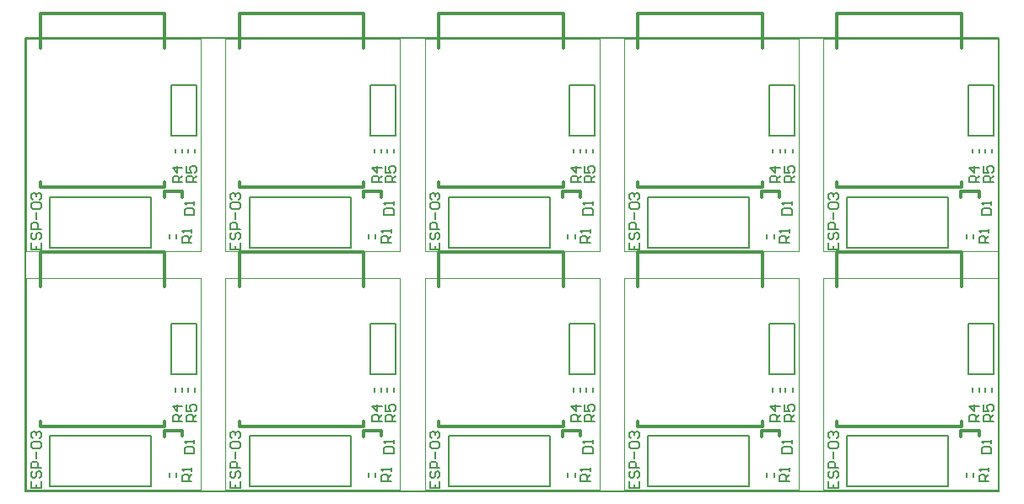
<source format=gto>
G04 Layer_Color=65535*
%FSLAX24Y24*%
%MOIN*%
G70*
G01*
G75*
%ADD15C,0.0118*%
%ADD18C,0.0079*%
%ADD28C,0.0039*%
D15*
X5935Y2707D02*
Y2943D01*
X6604D01*
X6644D01*
Y2726D02*
Y2943D01*
X1036Y3113D02*
Y3310D01*
Y3113D02*
X5957D01*
Y3310D01*
X1036Y8625D02*
Y10003D01*
X5957D01*
Y8625D02*
Y10003D01*
X13809Y2707D02*
Y2943D01*
X14478D01*
X14518D01*
Y2726D02*
Y2943D01*
X8910Y3113D02*
Y3310D01*
Y3113D02*
X13831D01*
Y3310D01*
X8910Y8625D02*
Y10003D01*
X13831D01*
Y8625D02*
Y10003D01*
X21683Y2707D02*
Y2943D01*
X22352D01*
X22392D01*
Y2726D02*
Y2943D01*
X16784Y3113D02*
Y3310D01*
Y3113D02*
X21706D01*
Y3310D01*
X16784Y8625D02*
Y10003D01*
X21706D01*
Y8625D02*
Y10003D01*
X29557Y2707D02*
Y2943D01*
X30226D01*
X30266D01*
Y2726D02*
Y2943D01*
X24658Y3113D02*
Y3310D01*
Y3113D02*
X29580D01*
Y3310D01*
X24658Y8625D02*
Y10003D01*
X29580D01*
Y8625D02*
Y10003D01*
X37431Y2707D02*
Y2943D01*
X38100D01*
X38140D01*
Y2726D02*
Y2943D01*
X32532Y3113D02*
Y3310D01*
Y3113D02*
X37454D01*
Y3310D01*
X32532Y8625D02*
Y10003D01*
X37454D01*
Y8625D02*
Y10003D01*
X5935Y12156D02*
Y12392D01*
X6604D01*
X6644D01*
Y12175D02*
Y12392D01*
X1036Y12562D02*
Y12759D01*
Y12562D02*
X5957D01*
Y12759D01*
X1036Y18074D02*
Y19452D01*
X5957D01*
Y18074D02*
Y19452D01*
X13809Y12156D02*
Y12392D01*
X14478D01*
X14518D01*
Y12175D02*
Y12392D01*
X8910Y12562D02*
Y12759D01*
Y12562D02*
X13831D01*
Y12759D01*
X8910Y18074D02*
Y19452D01*
X13831D01*
Y18074D02*
Y19452D01*
X21683Y12156D02*
Y12392D01*
X22352D01*
X22392D01*
Y12175D02*
Y12392D01*
X16784Y12562D02*
Y12759D01*
Y12562D02*
X21706D01*
Y12759D01*
X16784Y18074D02*
Y19452D01*
X21706D01*
Y18074D02*
Y19452D01*
X29557Y12156D02*
Y12392D01*
X30226D01*
X30266D01*
Y12175D02*
Y12392D01*
X24658Y12562D02*
Y12759D01*
Y12562D02*
X29580D01*
Y12759D01*
X24658Y18074D02*
Y19452D01*
X29580D01*
Y18074D02*
Y19452D01*
X37431Y12156D02*
Y12392D01*
X38100D01*
X38140D01*
Y12175D02*
Y12392D01*
X32532Y12562D02*
Y12759D01*
Y12562D02*
X37454D01*
Y12759D01*
X32532Y18074D02*
Y19452D01*
X37454D01*
Y18074D02*
Y19452D01*
D18*
X6374Y4479D02*
Y4637D01*
X6650Y4479D02*
Y4637D01*
X6874Y4479D02*
Y4637D01*
X7150Y4479D02*
Y4637D01*
X6144Y1101D02*
Y1259D01*
X6419Y1101D02*
Y1259D01*
X6213Y7159D02*
X7213D01*
Y5159D02*
Y7159D01*
X6213Y5159D02*
X7213D01*
X6213D02*
Y7159D01*
X1432Y2730D02*
X5432D01*
Y730D02*
Y2730D01*
X1432Y730D02*
X5432D01*
X1432D02*
Y2730D01*
X7212Y3308D02*
X6818D01*
Y3505D01*
X6884Y3570D01*
X7015D01*
X7081Y3505D01*
Y3308D01*
Y3439D02*
X7212Y3570D01*
X6818Y3964D02*
Y3701D01*
X7015D01*
X6949Y3833D01*
Y3898D01*
X7015Y3964D01*
X7146D01*
X7212Y3898D01*
Y3767D01*
X7146Y3701D01*
X6662Y3308D02*
X6268D01*
Y3505D01*
X6334Y3570D01*
X6465D01*
X6531Y3505D01*
Y3308D01*
Y3439D02*
X6662Y3570D01*
Y3898D02*
X6268D01*
X6465Y3701D01*
Y3964D01*
X7031Y930D02*
X6638D01*
Y1127D01*
X6704Y1192D01*
X6835D01*
X6900Y1127D01*
Y930D01*
Y1061D02*
X7031Y1192D01*
Y1323D02*
Y1455D01*
Y1389D01*
X6638D01*
X6704Y1323D01*
X689Y932D02*
Y669D01*
X1083D01*
Y932D01*
X886Y669D02*
Y800D01*
X755Y1325D02*
X689Y1260D01*
Y1128D01*
X755Y1063D01*
X820D01*
X886Y1128D01*
Y1260D01*
X951Y1325D01*
X1017D01*
X1083Y1260D01*
Y1128D01*
X1017Y1063D01*
X1083Y1456D02*
X689D01*
Y1653D01*
X755Y1719D01*
X886D01*
X951Y1653D01*
Y1456D01*
X886Y1850D02*
Y2112D01*
X755Y2244D02*
X689Y2309D01*
Y2440D01*
X755Y2506D01*
X1017D01*
X1083Y2440D01*
Y2309D01*
X1017Y2244D01*
X755D01*
Y2637D02*
X689Y2703D01*
Y2834D01*
X755Y2900D01*
X820D01*
X886Y2834D01*
Y2768D01*
Y2834D01*
X951Y2900D01*
X1017D01*
X1083Y2834D01*
Y2703D01*
X1017Y2637D01*
X6738Y2030D02*
X7132D01*
Y2227D01*
X7066Y2292D01*
X6804D01*
X6738Y2227D01*
Y2030D01*
X7132Y2423D02*
Y2555D01*
Y2489D01*
X6738D01*
X6804Y2423D01*
X14248Y4479D02*
Y4637D01*
X14524Y4479D02*
Y4637D01*
X14748Y4479D02*
Y4637D01*
X15024Y4479D02*
Y4637D01*
X14018Y1101D02*
Y1259D01*
X14293Y1101D02*
Y1259D01*
X14087Y7159D02*
X15087D01*
Y5159D02*
Y7159D01*
X14087Y5159D02*
X15087D01*
X14087D02*
Y7159D01*
X9306Y2730D02*
X13306D01*
Y730D02*
Y2730D01*
X9306Y730D02*
X13306D01*
X9306D02*
Y2730D01*
X15086Y3308D02*
X14692D01*
Y3505D01*
X14758Y3570D01*
X14889D01*
X14955Y3505D01*
Y3308D01*
Y3439D02*
X15086Y3570D01*
X14692Y3964D02*
Y3701D01*
X14889D01*
X14823Y3833D01*
Y3898D01*
X14889Y3964D01*
X15020D01*
X15086Y3898D01*
Y3767D01*
X15020Y3701D01*
X14536Y3308D02*
X14142D01*
Y3505D01*
X14208Y3570D01*
X14339D01*
X14405Y3505D01*
Y3308D01*
Y3439D02*
X14536Y3570D01*
Y3898D02*
X14142D01*
X14339Y3701D01*
Y3964D01*
X14906Y930D02*
X14512D01*
Y1127D01*
X14578Y1192D01*
X14709D01*
X14774Y1127D01*
Y930D01*
Y1061D02*
X14906Y1192D01*
Y1323D02*
Y1455D01*
Y1389D01*
X14512D01*
X14578Y1323D01*
X8563Y932D02*
Y669D01*
X8957D01*
Y932D01*
X8760Y669D02*
Y800D01*
X8629Y1325D02*
X8563Y1260D01*
Y1128D01*
X8629Y1063D01*
X8694D01*
X8760Y1128D01*
Y1260D01*
X8826Y1325D01*
X8891D01*
X8957Y1260D01*
Y1128D01*
X8891Y1063D01*
X8957Y1456D02*
X8563D01*
Y1653D01*
X8629Y1719D01*
X8760D01*
X8826Y1653D01*
Y1456D01*
X8760Y1850D02*
Y2112D01*
X8629Y2244D02*
X8563Y2309D01*
Y2440D01*
X8629Y2506D01*
X8891D01*
X8957Y2440D01*
Y2309D01*
X8891Y2244D01*
X8629D01*
Y2637D02*
X8563Y2703D01*
Y2834D01*
X8629Y2900D01*
X8694D01*
X8760Y2834D01*
Y2768D01*
Y2834D01*
X8826Y2900D01*
X8891D01*
X8957Y2834D01*
Y2703D01*
X8891Y2637D01*
X14612Y2030D02*
X15006D01*
Y2227D01*
X14940Y2292D01*
X14678D01*
X14612Y2227D01*
Y2030D01*
X15006Y2423D02*
Y2555D01*
Y2489D01*
X14612D01*
X14678Y2423D01*
X22122Y4479D02*
Y4637D01*
X22398Y4479D02*
Y4637D01*
X22622Y4479D02*
Y4637D01*
X22898Y4479D02*
Y4637D01*
X21892Y1101D02*
Y1259D01*
X22167Y1101D02*
Y1259D01*
X21961Y7159D02*
X22961D01*
Y5159D02*
Y7159D01*
X21961Y5159D02*
X22961D01*
X21961D02*
Y7159D01*
X17180Y2730D02*
X21180D01*
Y730D02*
Y2730D01*
X17180Y730D02*
X21180D01*
X17180D02*
Y2730D01*
X22960Y3308D02*
X22566D01*
Y3505D01*
X22632Y3570D01*
X22763D01*
X22829Y3505D01*
Y3308D01*
Y3439D02*
X22960Y3570D01*
X22566Y3964D02*
Y3701D01*
X22763D01*
X22697Y3833D01*
Y3898D01*
X22763Y3964D01*
X22894D01*
X22960Y3898D01*
Y3767D01*
X22894Y3701D01*
X22410Y3308D02*
X22016D01*
Y3505D01*
X22082Y3570D01*
X22213D01*
X22279Y3505D01*
Y3308D01*
Y3439D02*
X22410Y3570D01*
Y3898D02*
X22016D01*
X22213Y3701D01*
Y3964D01*
X22780Y930D02*
X22386D01*
Y1127D01*
X22452Y1192D01*
X22583D01*
X22648Y1127D01*
Y930D01*
Y1061D02*
X22780Y1192D01*
Y1323D02*
Y1455D01*
Y1389D01*
X22386D01*
X22452Y1323D01*
X16437Y932D02*
Y669D01*
X16831D01*
Y932D01*
X16634Y669D02*
Y800D01*
X16503Y1325D02*
X16437Y1260D01*
Y1128D01*
X16503Y1063D01*
X16568D01*
X16634Y1128D01*
Y1260D01*
X16700Y1325D01*
X16765D01*
X16831Y1260D01*
Y1128D01*
X16765Y1063D01*
X16831Y1456D02*
X16437D01*
Y1653D01*
X16503Y1719D01*
X16634D01*
X16700Y1653D01*
Y1456D01*
X16634Y1850D02*
Y2112D01*
X16503Y2244D02*
X16437Y2309D01*
Y2440D01*
X16503Y2506D01*
X16765D01*
X16831Y2440D01*
Y2309D01*
X16765Y2244D01*
X16503D01*
Y2637D02*
X16437Y2703D01*
Y2834D01*
X16503Y2900D01*
X16568D01*
X16634Y2834D01*
Y2768D01*
Y2834D01*
X16700Y2900D01*
X16765D01*
X16831Y2834D01*
Y2703D01*
X16765Y2637D01*
X22486Y2030D02*
X22880D01*
Y2227D01*
X22814Y2292D01*
X22552D01*
X22486Y2227D01*
Y2030D01*
X22880Y2423D02*
Y2555D01*
Y2489D01*
X22486D01*
X22552Y2423D01*
X29996Y4479D02*
Y4637D01*
X30272Y4479D02*
Y4637D01*
X30496Y4479D02*
Y4637D01*
X30772Y4479D02*
Y4637D01*
X29766Y1101D02*
Y1259D01*
X30041Y1101D02*
Y1259D01*
X29835Y7159D02*
X30835D01*
Y5159D02*
Y7159D01*
X29835Y5159D02*
X30835D01*
X29835D02*
Y7159D01*
X25054Y2730D02*
X29054D01*
Y730D02*
Y2730D01*
X25054Y730D02*
X29054D01*
X25054D02*
Y2730D01*
X30834Y3308D02*
X30440D01*
Y3505D01*
X30506Y3570D01*
X30637D01*
X30703Y3505D01*
Y3308D01*
Y3439D02*
X30834Y3570D01*
X30440Y3964D02*
Y3701D01*
X30637D01*
X30571Y3833D01*
Y3898D01*
X30637Y3964D01*
X30768D01*
X30834Y3898D01*
Y3767D01*
X30768Y3701D01*
X30284Y3308D02*
X29890D01*
Y3505D01*
X29956Y3570D01*
X30087D01*
X30153Y3505D01*
Y3308D01*
Y3439D02*
X30284Y3570D01*
Y3898D02*
X29890D01*
X30087Y3701D01*
Y3964D01*
X30654Y930D02*
X30260D01*
Y1127D01*
X30326Y1192D01*
X30457D01*
X30522Y1127D01*
Y930D01*
Y1061D02*
X30654Y1192D01*
Y1323D02*
Y1455D01*
Y1389D01*
X30260D01*
X30326Y1323D01*
X24311Y932D02*
Y669D01*
X24705D01*
Y932D01*
X24508Y669D02*
Y800D01*
X24377Y1325D02*
X24311Y1260D01*
Y1128D01*
X24377Y1063D01*
X24442D01*
X24508Y1128D01*
Y1260D01*
X24574Y1325D01*
X24639D01*
X24705Y1260D01*
Y1128D01*
X24639Y1063D01*
X24705Y1456D02*
X24311D01*
Y1653D01*
X24377Y1719D01*
X24508D01*
X24574Y1653D01*
Y1456D01*
X24508Y1850D02*
Y2112D01*
X24377Y2244D02*
X24311Y2309D01*
Y2440D01*
X24377Y2506D01*
X24639D01*
X24705Y2440D01*
Y2309D01*
X24639Y2244D01*
X24377D01*
Y2637D02*
X24311Y2703D01*
Y2834D01*
X24377Y2900D01*
X24442D01*
X24508Y2834D01*
Y2768D01*
Y2834D01*
X24574Y2900D01*
X24639D01*
X24705Y2834D01*
Y2703D01*
X24639Y2637D01*
X30360Y2030D02*
X30754D01*
Y2227D01*
X30688Y2292D01*
X30426D01*
X30360Y2227D01*
Y2030D01*
X30754Y2423D02*
Y2555D01*
Y2489D01*
X30360D01*
X30426Y2423D01*
X37870Y4479D02*
Y4637D01*
X38146Y4479D02*
Y4637D01*
X38370Y4479D02*
Y4637D01*
X38646Y4479D02*
Y4637D01*
X37640Y1101D02*
Y1259D01*
X37915Y1101D02*
Y1259D01*
X37709Y7159D02*
X38709D01*
Y5159D02*
Y7159D01*
X37709Y5159D02*
X38709D01*
X37709D02*
Y7159D01*
X32928Y2730D02*
X36928D01*
Y730D02*
Y2730D01*
X32928Y730D02*
X36928D01*
X32928D02*
Y2730D01*
X38708Y3308D02*
X38314D01*
Y3505D01*
X38380Y3570D01*
X38511D01*
X38577Y3505D01*
Y3308D01*
Y3439D02*
X38708Y3570D01*
X38314Y3964D02*
Y3701D01*
X38511D01*
X38445Y3833D01*
Y3898D01*
X38511Y3964D01*
X38642D01*
X38708Y3898D01*
Y3767D01*
X38642Y3701D01*
X38158Y3308D02*
X37764D01*
Y3505D01*
X37830Y3570D01*
X37961D01*
X38027Y3505D01*
Y3308D01*
Y3439D02*
X38158Y3570D01*
Y3898D02*
X37764D01*
X37961Y3701D01*
Y3964D01*
X38528Y930D02*
X38134D01*
Y1127D01*
X38200Y1192D01*
X38331D01*
X38396Y1127D01*
Y930D01*
Y1061D02*
X38528Y1192D01*
Y1323D02*
Y1455D01*
Y1389D01*
X38134D01*
X38200Y1323D01*
X32185Y932D02*
Y669D01*
X32579D01*
Y932D01*
X32382Y669D02*
Y800D01*
X32251Y1325D02*
X32185Y1260D01*
Y1128D01*
X32251Y1063D01*
X32316D01*
X32382Y1128D01*
Y1260D01*
X32448Y1325D01*
X32513D01*
X32579Y1260D01*
Y1128D01*
X32513Y1063D01*
X32579Y1456D02*
X32185D01*
Y1653D01*
X32251Y1719D01*
X32382D01*
X32448Y1653D01*
Y1456D01*
X32382Y1850D02*
Y2112D01*
X32251Y2244D02*
X32185Y2309D01*
Y2440D01*
X32251Y2506D01*
X32513D01*
X32579Y2440D01*
Y2309D01*
X32513Y2244D01*
X32251D01*
Y2637D02*
X32185Y2703D01*
Y2834D01*
X32251Y2900D01*
X32316D01*
X32382Y2834D01*
Y2768D01*
Y2834D01*
X32448Y2900D01*
X32513D01*
X32579Y2834D01*
Y2703D01*
X32513Y2637D01*
X38234Y2030D02*
X38628D01*
Y2227D01*
X38562Y2292D01*
X38300D01*
X38234Y2227D01*
Y2030D01*
X38628Y2423D02*
Y2555D01*
Y2489D01*
X38234D01*
X38300Y2423D01*
X6374Y13928D02*
Y14085D01*
X6650Y13928D02*
Y14085D01*
X6874Y13928D02*
Y14085D01*
X7150Y13928D02*
Y14085D01*
X6144Y10550D02*
Y10707D01*
X6419Y10550D02*
Y10707D01*
X6213Y16608D02*
X7213D01*
Y14608D02*
Y16608D01*
X6213Y14608D02*
X7213D01*
X6213D02*
Y16608D01*
X1432Y12179D02*
X5432D01*
Y10179D02*
Y12179D01*
X1432Y10179D02*
X5432D01*
X1432D02*
Y12179D01*
X7212Y12757D02*
X6818D01*
Y12953D01*
X6884Y13019D01*
X7015D01*
X7081Y12953D01*
Y12757D01*
Y12888D02*
X7212Y13019D01*
X6818Y13413D02*
Y13150D01*
X7015D01*
X6949Y13281D01*
Y13347D01*
X7015Y13413D01*
X7146D01*
X7212Y13347D01*
Y13216D01*
X7146Y13150D01*
X6662Y12757D02*
X6268D01*
Y12953D01*
X6334Y13019D01*
X6465D01*
X6531Y12953D01*
Y12757D01*
Y12888D02*
X6662Y13019D01*
Y13347D02*
X6268D01*
X6465Y13150D01*
Y13413D01*
X7031Y10379D02*
X6638D01*
Y10576D01*
X6704Y10641D01*
X6835D01*
X6900Y10576D01*
Y10379D01*
Y10510D02*
X7031Y10641D01*
Y10772D02*
Y10904D01*
Y10838D01*
X6638D01*
X6704Y10772D01*
X689Y10380D02*
Y10118D01*
X1083D01*
Y10380D01*
X886Y10118D02*
Y10249D01*
X755Y10774D02*
X689Y10708D01*
Y10577D01*
X755Y10512D01*
X820D01*
X886Y10577D01*
Y10708D01*
X951Y10774D01*
X1017D01*
X1083Y10708D01*
Y10577D01*
X1017Y10512D01*
X1083Y10905D02*
X689D01*
Y11102D01*
X755Y11168D01*
X886D01*
X951Y11102D01*
Y10905D01*
X886Y11299D02*
Y11561D01*
X755Y11692D02*
X689Y11758D01*
Y11889D01*
X755Y11955D01*
X1017D01*
X1083Y11889D01*
Y11758D01*
X1017Y11692D01*
X755D01*
Y12086D02*
X689Y12152D01*
Y12283D01*
X755Y12348D01*
X820D01*
X886Y12283D01*
Y12217D01*
Y12283D01*
X951Y12348D01*
X1017D01*
X1083Y12283D01*
Y12152D01*
X1017Y12086D01*
X6738Y11479D02*
X7132D01*
Y11676D01*
X7066Y11741D01*
X6804D01*
X6738Y11676D01*
Y11479D01*
X7132Y11872D02*
Y12004D01*
Y11938D01*
X6738D01*
X6804Y11872D01*
X14248Y13928D02*
Y14085D01*
X14524Y13928D02*
Y14085D01*
X14748Y13928D02*
Y14085D01*
X15024Y13928D02*
Y14085D01*
X14018Y10550D02*
Y10707D01*
X14293Y10550D02*
Y10707D01*
X14087Y16608D02*
X15087D01*
Y14608D02*
Y16608D01*
X14087Y14608D02*
X15087D01*
X14087D02*
Y16608D01*
X9306Y12179D02*
X13306D01*
Y10179D02*
Y12179D01*
X9306Y10179D02*
X13306D01*
X9306D02*
Y12179D01*
X15086Y12757D02*
X14692D01*
Y12953D01*
X14758Y13019D01*
X14889D01*
X14955Y12953D01*
Y12757D01*
Y12888D02*
X15086Y13019D01*
X14692Y13413D02*
Y13150D01*
X14889D01*
X14823Y13281D01*
Y13347D01*
X14889Y13413D01*
X15020D01*
X15086Y13347D01*
Y13216D01*
X15020Y13150D01*
X14536Y12757D02*
X14142D01*
Y12953D01*
X14208Y13019D01*
X14339D01*
X14405Y12953D01*
Y12757D01*
Y12888D02*
X14536Y13019D01*
Y13347D02*
X14142D01*
X14339Y13150D01*
Y13413D01*
X14906Y10379D02*
X14512D01*
Y10576D01*
X14578Y10641D01*
X14709D01*
X14774Y10576D01*
Y10379D01*
Y10510D02*
X14906Y10641D01*
Y10772D02*
Y10904D01*
Y10838D01*
X14512D01*
X14578Y10772D01*
X8563Y10380D02*
Y10118D01*
X8957D01*
Y10380D01*
X8760Y10118D02*
Y10249D01*
X8629Y10774D02*
X8563Y10708D01*
Y10577D01*
X8629Y10512D01*
X8694D01*
X8760Y10577D01*
Y10708D01*
X8826Y10774D01*
X8891D01*
X8957Y10708D01*
Y10577D01*
X8891Y10512D01*
X8957Y10905D02*
X8563D01*
Y11102D01*
X8629Y11168D01*
X8760D01*
X8826Y11102D01*
Y10905D01*
X8760Y11299D02*
Y11561D01*
X8629Y11692D02*
X8563Y11758D01*
Y11889D01*
X8629Y11955D01*
X8891D01*
X8957Y11889D01*
Y11758D01*
X8891Y11692D01*
X8629D01*
Y12086D02*
X8563Y12152D01*
Y12283D01*
X8629Y12348D01*
X8694D01*
X8760Y12283D01*
Y12217D01*
Y12283D01*
X8826Y12348D01*
X8891D01*
X8957Y12283D01*
Y12152D01*
X8891Y12086D01*
X14612Y11479D02*
X15006D01*
Y11676D01*
X14940Y11741D01*
X14678D01*
X14612Y11676D01*
Y11479D01*
X15006Y11872D02*
Y12004D01*
Y11938D01*
X14612D01*
X14678Y11872D01*
X22122Y13928D02*
Y14085D01*
X22398Y13928D02*
Y14085D01*
X22622Y13928D02*
Y14085D01*
X22898Y13928D02*
Y14085D01*
X21892Y10550D02*
Y10707D01*
X22167Y10550D02*
Y10707D01*
X21961Y16608D02*
X22961D01*
Y14608D02*
Y16608D01*
X21961Y14608D02*
X22961D01*
X21961D02*
Y16608D01*
X17180Y12179D02*
X21180D01*
Y10179D02*
Y12179D01*
X17180Y10179D02*
X21180D01*
X17180D02*
Y12179D01*
X22960Y12757D02*
X22566D01*
Y12953D01*
X22632Y13019D01*
X22763D01*
X22829Y12953D01*
Y12757D01*
Y12888D02*
X22960Y13019D01*
X22566Y13413D02*
Y13150D01*
X22763D01*
X22697Y13281D01*
Y13347D01*
X22763Y13413D01*
X22894D01*
X22960Y13347D01*
Y13216D01*
X22894Y13150D01*
X22410Y12757D02*
X22016D01*
Y12953D01*
X22082Y13019D01*
X22213D01*
X22279Y12953D01*
Y12757D01*
Y12888D02*
X22410Y13019D01*
Y13347D02*
X22016D01*
X22213Y13150D01*
Y13413D01*
X22780Y10379D02*
X22386D01*
Y10576D01*
X22452Y10641D01*
X22583D01*
X22648Y10576D01*
Y10379D01*
Y10510D02*
X22780Y10641D01*
Y10772D02*
Y10904D01*
Y10838D01*
X22386D01*
X22452Y10772D01*
X16437Y10380D02*
Y10118D01*
X16831D01*
Y10380D01*
X16634Y10118D02*
Y10249D01*
X16503Y10774D02*
X16437Y10708D01*
Y10577D01*
X16503Y10512D01*
X16568D01*
X16634Y10577D01*
Y10708D01*
X16700Y10774D01*
X16765D01*
X16831Y10708D01*
Y10577D01*
X16765Y10512D01*
X16831Y10905D02*
X16437D01*
Y11102D01*
X16503Y11168D01*
X16634D01*
X16700Y11102D01*
Y10905D01*
X16634Y11299D02*
Y11561D01*
X16503Y11692D02*
X16437Y11758D01*
Y11889D01*
X16503Y11955D01*
X16765D01*
X16831Y11889D01*
Y11758D01*
X16765Y11692D01*
X16503D01*
Y12086D02*
X16437Y12152D01*
Y12283D01*
X16503Y12348D01*
X16568D01*
X16634Y12283D01*
Y12217D01*
Y12283D01*
X16700Y12348D01*
X16765D01*
X16831Y12283D01*
Y12152D01*
X16765Y12086D01*
X22486Y11479D02*
X22880D01*
Y11676D01*
X22814Y11741D01*
X22552D01*
X22486Y11676D01*
Y11479D01*
X22880Y11872D02*
Y12004D01*
Y11938D01*
X22486D01*
X22552Y11872D01*
X29996Y13928D02*
Y14085D01*
X30272Y13928D02*
Y14085D01*
X30496Y13928D02*
Y14085D01*
X30772Y13928D02*
Y14085D01*
X29766Y10550D02*
Y10707D01*
X30041Y10550D02*
Y10707D01*
X29835Y16608D02*
X30835D01*
Y14608D02*
Y16608D01*
X29835Y14608D02*
X30835D01*
X29835D02*
Y16608D01*
X25054Y12179D02*
X29054D01*
Y10179D02*
Y12179D01*
X25054Y10179D02*
X29054D01*
X25054D02*
Y12179D01*
X30834Y12757D02*
X30440D01*
Y12953D01*
X30506Y13019D01*
X30637D01*
X30703Y12953D01*
Y12757D01*
Y12888D02*
X30834Y13019D01*
X30440Y13413D02*
Y13150D01*
X30637D01*
X30571Y13281D01*
Y13347D01*
X30637Y13413D01*
X30768D01*
X30834Y13347D01*
Y13216D01*
X30768Y13150D01*
X30284Y12757D02*
X29890D01*
Y12953D01*
X29956Y13019D01*
X30087D01*
X30153Y12953D01*
Y12757D01*
Y12888D02*
X30284Y13019D01*
Y13347D02*
X29890D01*
X30087Y13150D01*
Y13413D01*
X30654Y10379D02*
X30260D01*
Y10576D01*
X30326Y10641D01*
X30457D01*
X30522Y10576D01*
Y10379D01*
Y10510D02*
X30654Y10641D01*
Y10772D02*
Y10904D01*
Y10838D01*
X30260D01*
X30326Y10772D01*
X24311Y10380D02*
Y10118D01*
X24705D01*
Y10380D01*
X24508Y10118D02*
Y10249D01*
X24377Y10774D02*
X24311Y10708D01*
Y10577D01*
X24377Y10512D01*
X24442D01*
X24508Y10577D01*
Y10708D01*
X24574Y10774D01*
X24639D01*
X24705Y10708D01*
Y10577D01*
X24639Y10512D01*
X24705Y10905D02*
X24311D01*
Y11102D01*
X24377Y11168D01*
X24508D01*
X24574Y11102D01*
Y10905D01*
X24508Y11299D02*
Y11561D01*
X24377Y11692D02*
X24311Y11758D01*
Y11889D01*
X24377Y11955D01*
X24639D01*
X24705Y11889D01*
Y11758D01*
X24639Y11692D01*
X24377D01*
Y12086D02*
X24311Y12152D01*
Y12283D01*
X24377Y12348D01*
X24442D01*
X24508Y12283D01*
Y12217D01*
Y12283D01*
X24574Y12348D01*
X24639D01*
X24705Y12283D01*
Y12152D01*
X24639Y12086D01*
X30360Y11479D02*
X30754D01*
Y11676D01*
X30688Y11741D01*
X30426D01*
X30360Y11676D01*
Y11479D01*
X30754Y11872D02*
Y12004D01*
Y11938D01*
X30360D01*
X30426Y11872D01*
X37870Y13928D02*
Y14085D01*
X38146Y13928D02*
Y14085D01*
X38370Y13928D02*
Y14085D01*
X38646Y13928D02*
Y14085D01*
X37640Y10550D02*
Y10707D01*
X37915Y10550D02*
Y10707D01*
X37709Y16608D02*
X38709D01*
Y14608D02*
Y16608D01*
X37709Y14608D02*
X38709D01*
X37709D02*
Y16608D01*
X32928Y12179D02*
X36928D01*
Y10179D02*
Y12179D01*
X32928Y10179D02*
X36928D01*
X32928D02*
Y12179D01*
X38708Y12757D02*
X38314D01*
Y12953D01*
X38380Y13019D01*
X38511D01*
X38577Y12953D01*
Y12757D01*
Y12888D02*
X38708Y13019D01*
X38314Y13413D02*
Y13150D01*
X38511D01*
X38445Y13281D01*
Y13347D01*
X38511Y13413D01*
X38642D01*
X38708Y13347D01*
Y13216D01*
X38642Y13150D01*
X38158Y12757D02*
X37764D01*
Y12953D01*
X37830Y13019D01*
X37961D01*
X38027Y12953D01*
Y12757D01*
Y12888D02*
X38158Y13019D01*
Y13347D02*
X37764D01*
X37961Y13150D01*
Y13413D01*
X38528Y10379D02*
X38134D01*
Y10576D01*
X38200Y10641D01*
X38331D01*
X38396Y10576D01*
Y10379D01*
Y10510D02*
X38528Y10641D01*
Y10772D02*
Y10904D01*
Y10838D01*
X38134D01*
X38200Y10772D01*
X32185Y10380D02*
Y10118D01*
X32579D01*
Y10380D01*
X32382Y10118D02*
Y10249D01*
X32251Y10774D02*
X32185Y10708D01*
Y10577D01*
X32251Y10512D01*
X32316D01*
X32382Y10577D01*
Y10708D01*
X32448Y10774D01*
X32513D01*
X32579Y10708D01*
Y10577D01*
X32513Y10512D01*
X32579Y10905D02*
X32185D01*
Y11102D01*
X32251Y11168D01*
X32382D01*
X32448Y11102D01*
Y10905D01*
X32382Y11299D02*
Y11561D01*
X32251Y11692D02*
X32185Y11758D01*
Y11889D01*
X32251Y11955D01*
X32513D01*
X32579Y11889D01*
Y11758D01*
X32513Y11692D01*
X32251D01*
Y12086D02*
X32185Y12152D01*
Y12283D01*
X32251Y12348D01*
X32316D01*
X32382Y12283D01*
Y12217D01*
Y12283D01*
X32448Y12348D01*
X32513D01*
X32579Y12283D01*
Y12152D01*
X32513Y12086D01*
X38234Y11479D02*
X38628D01*
Y11676D01*
X38562Y11741D01*
X38300D01*
X38234Y11676D01*
Y11479D01*
X38628Y11872D02*
Y12004D01*
Y11938D01*
X38234D01*
X38300Y11872D01*
X453Y551D02*
Y18465D01*
X38927D01*
Y551D02*
Y18465D01*
X453Y551D02*
X38927D01*
D28*
X492Y591D02*
Y8976D01*
X7392D01*
Y591D02*
Y8976D01*
X492Y591D02*
X7392D01*
X8366D02*
Y8976D01*
X15266D01*
Y591D02*
Y8976D01*
X8366Y591D02*
X15266D01*
X16240D02*
Y8976D01*
X23140D01*
Y591D02*
Y8976D01*
X16240Y591D02*
X23140D01*
X24114D02*
Y8976D01*
X31014D01*
Y591D02*
Y8976D01*
X24114Y591D02*
X31014D01*
X31988D02*
Y8976D01*
X38888D01*
Y591D02*
Y8976D01*
X31988Y591D02*
X38888D01*
X492Y10039D02*
Y18425D01*
X7392D01*
Y10039D02*
Y18425D01*
X492Y10039D02*
X7392D01*
X8366D02*
Y18425D01*
X15266D01*
Y10039D02*
Y18425D01*
X8366Y10039D02*
X15266D01*
X16240D02*
Y18425D01*
X23140D01*
Y10039D02*
Y18425D01*
X16240Y10039D02*
X23140D01*
X24114D02*
Y18425D01*
X31014D01*
Y10039D02*
Y18425D01*
X24114Y10039D02*
X31014D01*
X31988D02*
Y18425D01*
X38888D01*
Y10039D02*
Y18425D01*
X31988Y10039D02*
X38888D01*
M02*

</source>
